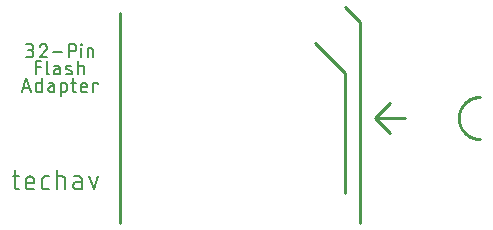
<source format=gbr>
G04 EAGLE Gerber RS-274X export*
G75*
%MOMM*%
%FSLAX34Y34*%
%LPD*%
%INSilkscreen Top*%
%IPPOS*%
%AMOC8*
5,1,8,0,0,1.08239X$1,22.5*%
G01*
%ADD10C,0.152400*%
%ADD11C,0.254000*%


D10*
X10922Y39539D02*
X16341Y39539D01*
X12728Y44958D02*
X12728Y31411D01*
X12729Y31411D02*
X12731Y31310D01*
X12737Y31209D01*
X12746Y31108D01*
X12759Y31007D01*
X12776Y30907D01*
X12797Y30808D01*
X12821Y30710D01*
X12849Y30613D01*
X12881Y30516D01*
X12916Y30421D01*
X12955Y30328D01*
X12997Y30236D01*
X13043Y30145D01*
X13092Y30056D01*
X13144Y29970D01*
X13200Y29885D01*
X13258Y29802D01*
X13320Y29722D01*
X13385Y29644D01*
X13452Y29568D01*
X13522Y29495D01*
X13595Y29425D01*
X13671Y29358D01*
X13749Y29293D01*
X13829Y29231D01*
X13912Y29173D01*
X13997Y29117D01*
X14084Y29065D01*
X14172Y29016D01*
X14263Y28970D01*
X14355Y28928D01*
X14448Y28889D01*
X14543Y28854D01*
X14640Y28822D01*
X14737Y28794D01*
X14835Y28770D01*
X14934Y28749D01*
X15034Y28732D01*
X15135Y28719D01*
X15236Y28710D01*
X15337Y28704D01*
X15438Y28702D01*
X16341Y28702D01*
X24828Y28702D02*
X29344Y28702D01*
X24828Y28702D02*
X24727Y28704D01*
X24626Y28710D01*
X24525Y28719D01*
X24424Y28732D01*
X24324Y28749D01*
X24225Y28770D01*
X24127Y28794D01*
X24030Y28822D01*
X23933Y28854D01*
X23838Y28889D01*
X23745Y28928D01*
X23653Y28970D01*
X23562Y29016D01*
X23474Y29065D01*
X23387Y29117D01*
X23302Y29173D01*
X23219Y29231D01*
X23139Y29293D01*
X23061Y29358D01*
X22985Y29425D01*
X22912Y29495D01*
X22842Y29568D01*
X22775Y29644D01*
X22710Y29722D01*
X22648Y29802D01*
X22590Y29885D01*
X22534Y29970D01*
X22482Y30056D01*
X22433Y30145D01*
X22387Y30236D01*
X22345Y30328D01*
X22306Y30421D01*
X22271Y30516D01*
X22239Y30613D01*
X22211Y30710D01*
X22187Y30808D01*
X22166Y30907D01*
X22149Y31007D01*
X22136Y31108D01*
X22127Y31209D01*
X22121Y31310D01*
X22119Y31411D01*
X22119Y35927D01*
X22121Y36046D01*
X22127Y36166D01*
X22137Y36285D01*
X22151Y36403D01*
X22168Y36522D01*
X22190Y36639D01*
X22215Y36756D01*
X22245Y36871D01*
X22278Y36986D01*
X22315Y37100D01*
X22355Y37212D01*
X22400Y37323D01*
X22448Y37432D01*
X22499Y37540D01*
X22554Y37646D01*
X22613Y37750D01*
X22675Y37852D01*
X22740Y37952D01*
X22809Y38050D01*
X22881Y38146D01*
X22956Y38239D01*
X23033Y38329D01*
X23114Y38417D01*
X23198Y38502D01*
X23285Y38584D01*
X23374Y38664D01*
X23466Y38740D01*
X23560Y38814D01*
X23657Y38884D01*
X23755Y38951D01*
X23856Y39015D01*
X23960Y39075D01*
X24065Y39132D01*
X24172Y39185D01*
X24280Y39235D01*
X24390Y39281D01*
X24502Y39323D01*
X24615Y39362D01*
X24729Y39397D01*
X24844Y39428D01*
X24961Y39456D01*
X25078Y39479D01*
X25195Y39499D01*
X25314Y39515D01*
X25433Y39527D01*
X25552Y39535D01*
X25671Y39539D01*
X25791Y39539D01*
X25910Y39535D01*
X26029Y39527D01*
X26148Y39515D01*
X26267Y39499D01*
X26384Y39479D01*
X26501Y39456D01*
X26618Y39428D01*
X26733Y39397D01*
X26847Y39362D01*
X26960Y39323D01*
X27072Y39281D01*
X27182Y39235D01*
X27290Y39185D01*
X27397Y39132D01*
X27502Y39075D01*
X27606Y39015D01*
X27707Y38951D01*
X27805Y38884D01*
X27902Y38814D01*
X27996Y38740D01*
X28088Y38664D01*
X28177Y38584D01*
X28264Y38502D01*
X28348Y38417D01*
X28429Y38329D01*
X28506Y38239D01*
X28581Y38146D01*
X28653Y38050D01*
X28722Y37952D01*
X28787Y37852D01*
X28849Y37750D01*
X28908Y37646D01*
X28963Y37540D01*
X29014Y37432D01*
X29062Y37323D01*
X29107Y37212D01*
X29147Y37100D01*
X29184Y36986D01*
X29217Y36871D01*
X29247Y36756D01*
X29272Y36639D01*
X29294Y36522D01*
X29311Y36403D01*
X29325Y36285D01*
X29335Y36166D01*
X29341Y36046D01*
X29343Y35927D01*
X29344Y35927D02*
X29344Y34121D01*
X22119Y34121D01*
X38393Y28702D02*
X42005Y28702D01*
X38393Y28702D02*
X38292Y28704D01*
X38191Y28710D01*
X38090Y28719D01*
X37989Y28732D01*
X37889Y28749D01*
X37790Y28770D01*
X37692Y28794D01*
X37595Y28822D01*
X37498Y28854D01*
X37403Y28889D01*
X37310Y28928D01*
X37218Y28970D01*
X37127Y29016D01*
X37039Y29065D01*
X36952Y29117D01*
X36867Y29173D01*
X36784Y29231D01*
X36704Y29293D01*
X36626Y29358D01*
X36550Y29425D01*
X36477Y29495D01*
X36407Y29568D01*
X36340Y29644D01*
X36275Y29722D01*
X36213Y29802D01*
X36155Y29885D01*
X36099Y29970D01*
X36047Y30056D01*
X35998Y30145D01*
X35952Y30236D01*
X35910Y30328D01*
X35871Y30421D01*
X35836Y30516D01*
X35804Y30613D01*
X35776Y30710D01*
X35752Y30808D01*
X35731Y30907D01*
X35714Y31007D01*
X35701Y31108D01*
X35692Y31209D01*
X35686Y31310D01*
X35684Y31411D01*
X35684Y36830D01*
X35686Y36931D01*
X35692Y37032D01*
X35701Y37133D01*
X35714Y37234D01*
X35731Y37334D01*
X35752Y37433D01*
X35776Y37531D01*
X35804Y37628D01*
X35836Y37725D01*
X35871Y37820D01*
X35910Y37913D01*
X35952Y38005D01*
X35998Y38096D01*
X36047Y38185D01*
X36099Y38271D01*
X36155Y38356D01*
X36213Y38439D01*
X36275Y38519D01*
X36340Y38597D01*
X36407Y38673D01*
X36477Y38746D01*
X36550Y38816D01*
X36626Y38883D01*
X36704Y38948D01*
X36784Y39010D01*
X36867Y39068D01*
X36952Y39124D01*
X37039Y39176D01*
X37127Y39225D01*
X37218Y39271D01*
X37310Y39313D01*
X37403Y39352D01*
X37498Y39387D01*
X37595Y39419D01*
X37692Y39447D01*
X37790Y39471D01*
X37889Y39492D01*
X37989Y39509D01*
X38090Y39522D01*
X38191Y39531D01*
X38292Y39537D01*
X38393Y39539D01*
X42005Y39539D01*
X48171Y44958D02*
X48171Y28702D01*
X48171Y39539D02*
X52687Y39539D01*
X52791Y39537D01*
X52894Y39531D01*
X52998Y39521D01*
X53101Y39507D01*
X53203Y39489D01*
X53304Y39468D01*
X53405Y39442D01*
X53504Y39413D01*
X53603Y39380D01*
X53700Y39343D01*
X53795Y39302D01*
X53889Y39258D01*
X53981Y39210D01*
X54071Y39159D01*
X54160Y39104D01*
X54246Y39046D01*
X54329Y38984D01*
X54411Y38920D01*
X54489Y38852D01*
X54565Y38782D01*
X54639Y38709D01*
X54709Y38632D01*
X54777Y38554D01*
X54841Y38472D01*
X54903Y38389D01*
X54961Y38303D01*
X55016Y38214D01*
X55067Y38124D01*
X55115Y38032D01*
X55159Y37938D01*
X55200Y37843D01*
X55237Y37746D01*
X55270Y37647D01*
X55299Y37548D01*
X55325Y37447D01*
X55346Y37346D01*
X55364Y37244D01*
X55378Y37141D01*
X55388Y37037D01*
X55394Y36934D01*
X55396Y36830D01*
X55396Y28702D01*
X65327Y35024D02*
X69391Y35024D01*
X65327Y35024D02*
X65215Y35022D01*
X65104Y35016D01*
X64993Y35006D01*
X64882Y34993D01*
X64772Y34975D01*
X64663Y34953D01*
X64554Y34928D01*
X64446Y34899D01*
X64340Y34866D01*
X64234Y34829D01*
X64130Y34789D01*
X64028Y34745D01*
X63927Y34697D01*
X63828Y34646D01*
X63730Y34591D01*
X63635Y34533D01*
X63542Y34472D01*
X63451Y34407D01*
X63362Y34339D01*
X63276Y34268D01*
X63193Y34195D01*
X63112Y34118D01*
X63033Y34038D01*
X62958Y33956D01*
X62886Y33871D01*
X62816Y33784D01*
X62750Y33694D01*
X62687Y33602D01*
X62627Y33507D01*
X62571Y33411D01*
X62518Y33313D01*
X62469Y33213D01*
X62423Y33111D01*
X62381Y33008D01*
X62342Y32903D01*
X62307Y32797D01*
X62276Y32690D01*
X62249Y32582D01*
X62225Y32473D01*
X62206Y32363D01*
X62190Y32253D01*
X62178Y32142D01*
X62170Y32030D01*
X62166Y31919D01*
X62166Y31807D01*
X62170Y31696D01*
X62178Y31584D01*
X62190Y31473D01*
X62206Y31363D01*
X62225Y31253D01*
X62249Y31144D01*
X62276Y31036D01*
X62307Y30929D01*
X62342Y30823D01*
X62381Y30718D01*
X62423Y30615D01*
X62469Y30513D01*
X62518Y30413D01*
X62571Y30315D01*
X62627Y30219D01*
X62687Y30124D01*
X62750Y30032D01*
X62816Y29942D01*
X62886Y29855D01*
X62958Y29770D01*
X63033Y29688D01*
X63112Y29608D01*
X63193Y29531D01*
X63276Y29458D01*
X63362Y29387D01*
X63451Y29319D01*
X63542Y29254D01*
X63635Y29193D01*
X63730Y29135D01*
X63828Y29080D01*
X63927Y29029D01*
X64028Y28981D01*
X64130Y28937D01*
X64234Y28897D01*
X64340Y28860D01*
X64446Y28827D01*
X64554Y28798D01*
X64663Y28773D01*
X64772Y28751D01*
X64882Y28733D01*
X64993Y28720D01*
X65104Y28710D01*
X65215Y28704D01*
X65327Y28702D01*
X69391Y28702D01*
X69391Y36830D01*
X69390Y36830D02*
X69388Y36931D01*
X69382Y37032D01*
X69373Y37133D01*
X69360Y37234D01*
X69343Y37334D01*
X69322Y37433D01*
X69298Y37531D01*
X69270Y37628D01*
X69238Y37725D01*
X69203Y37820D01*
X69164Y37913D01*
X69122Y38005D01*
X69076Y38096D01*
X69027Y38185D01*
X68975Y38271D01*
X68919Y38356D01*
X68861Y38439D01*
X68799Y38519D01*
X68734Y38597D01*
X68667Y38673D01*
X68597Y38746D01*
X68524Y38816D01*
X68448Y38883D01*
X68370Y38948D01*
X68290Y39010D01*
X68207Y39068D01*
X68122Y39124D01*
X68036Y39176D01*
X67947Y39225D01*
X67856Y39271D01*
X67764Y39313D01*
X67671Y39352D01*
X67576Y39387D01*
X67479Y39419D01*
X67382Y39447D01*
X67284Y39471D01*
X67185Y39492D01*
X67085Y39509D01*
X66984Y39522D01*
X66883Y39531D01*
X66782Y39537D01*
X66681Y39539D01*
X63069Y39539D01*
X75786Y39539D02*
X79399Y28702D01*
X83011Y39539D01*
D11*
X101600Y0D02*
X101600Y177800D01*
X304800Y170180D02*
X304800Y0D01*
X304800Y170180D02*
X292100Y182880D01*
X266700Y152400D02*
X292100Y127000D01*
X292100Y25400D01*
X317500Y88900D02*
X342900Y88900D01*
X330200Y101600D02*
X317500Y88900D01*
X330200Y76200D01*
D10*
X25393Y140462D02*
X22289Y140462D01*
X25393Y140462D02*
X25504Y140464D01*
X25614Y140470D01*
X25725Y140480D01*
X25835Y140494D01*
X25944Y140511D01*
X26053Y140533D01*
X26161Y140558D01*
X26267Y140588D01*
X26373Y140621D01*
X26478Y140658D01*
X26581Y140698D01*
X26682Y140743D01*
X26782Y140790D01*
X26881Y140842D01*
X26977Y140897D01*
X27071Y140955D01*
X27163Y141016D01*
X27253Y141081D01*
X27341Y141149D01*
X27426Y141220D01*
X27508Y141294D01*
X27588Y141371D01*
X27665Y141451D01*
X27739Y141533D01*
X27810Y141618D01*
X27878Y141706D01*
X27943Y141796D01*
X28004Y141888D01*
X28062Y141982D01*
X28117Y142078D01*
X28169Y142177D01*
X28216Y142277D01*
X28261Y142378D01*
X28301Y142481D01*
X28338Y142586D01*
X28371Y142692D01*
X28401Y142798D01*
X28426Y142906D01*
X28448Y143015D01*
X28465Y143124D01*
X28479Y143234D01*
X28489Y143345D01*
X28495Y143455D01*
X28497Y143566D01*
X28495Y143677D01*
X28489Y143787D01*
X28479Y143898D01*
X28465Y144008D01*
X28448Y144117D01*
X28426Y144226D01*
X28401Y144334D01*
X28371Y144440D01*
X28338Y144546D01*
X28301Y144651D01*
X28261Y144754D01*
X28216Y144855D01*
X28169Y144955D01*
X28117Y145054D01*
X28062Y145150D01*
X28004Y145244D01*
X27943Y145336D01*
X27878Y145426D01*
X27810Y145514D01*
X27739Y145599D01*
X27665Y145681D01*
X27588Y145761D01*
X27508Y145838D01*
X27426Y145912D01*
X27341Y145983D01*
X27253Y146051D01*
X27163Y146116D01*
X27071Y146177D01*
X26977Y146235D01*
X26881Y146290D01*
X26782Y146342D01*
X26682Y146389D01*
X26581Y146434D01*
X26478Y146474D01*
X26373Y146511D01*
X26267Y146544D01*
X26161Y146574D01*
X26053Y146599D01*
X25944Y146621D01*
X25835Y146638D01*
X25725Y146652D01*
X25614Y146662D01*
X25504Y146668D01*
X25393Y146670D01*
X26014Y151638D02*
X22289Y151638D01*
X26014Y151638D02*
X26113Y151636D01*
X26211Y151630D01*
X26310Y151620D01*
X26407Y151607D01*
X26505Y151589D01*
X26601Y151568D01*
X26697Y151542D01*
X26791Y151513D01*
X26884Y151481D01*
X26976Y151444D01*
X27066Y151404D01*
X27155Y151360D01*
X27242Y151313D01*
X27327Y151263D01*
X27409Y151209D01*
X27490Y151152D01*
X27568Y151092D01*
X27644Y151028D01*
X27717Y150962D01*
X27788Y150893D01*
X27856Y150821D01*
X27920Y150746D01*
X27982Y150669D01*
X28041Y150590D01*
X28096Y150508D01*
X28149Y150424D01*
X28197Y150339D01*
X28243Y150251D01*
X28285Y150161D01*
X28323Y150070D01*
X28357Y149978D01*
X28388Y149884D01*
X28415Y149789D01*
X28439Y149693D01*
X28458Y149596D01*
X28474Y149499D01*
X28486Y149401D01*
X28494Y149302D01*
X28498Y149203D01*
X28498Y149105D01*
X28494Y149006D01*
X28486Y148907D01*
X28474Y148809D01*
X28458Y148712D01*
X28439Y148615D01*
X28415Y148519D01*
X28388Y148424D01*
X28357Y148330D01*
X28323Y148238D01*
X28285Y148147D01*
X28243Y148057D01*
X28197Y147969D01*
X28149Y147884D01*
X28096Y147800D01*
X28041Y147718D01*
X27982Y147639D01*
X27920Y147562D01*
X27856Y147487D01*
X27788Y147415D01*
X27717Y147346D01*
X27644Y147280D01*
X27568Y147216D01*
X27490Y147156D01*
X27409Y147099D01*
X27327Y147045D01*
X27242Y146995D01*
X27155Y146948D01*
X27066Y146904D01*
X26976Y146864D01*
X26884Y146827D01*
X26791Y146795D01*
X26697Y146766D01*
X26601Y146740D01*
X26505Y146719D01*
X26407Y146701D01*
X26310Y146688D01*
X26211Y146678D01*
X26113Y146672D01*
X26014Y146670D01*
X26014Y146671D02*
X23530Y146671D01*
X37133Y151638D02*
X37237Y151636D01*
X37342Y151630D01*
X37446Y151620D01*
X37549Y151607D01*
X37652Y151589D01*
X37755Y151568D01*
X37856Y151543D01*
X37957Y151514D01*
X38056Y151481D01*
X38154Y151445D01*
X38250Y151405D01*
X38345Y151361D01*
X38439Y151314D01*
X38530Y151264D01*
X38619Y151210D01*
X38707Y151153D01*
X38792Y151092D01*
X38875Y151028D01*
X38955Y150962D01*
X39033Y150892D01*
X39109Y150820D01*
X39181Y150744D01*
X39251Y150666D01*
X39317Y150586D01*
X39381Y150503D01*
X39442Y150418D01*
X39499Y150330D01*
X39553Y150241D01*
X39603Y150150D01*
X39650Y150056D01*
X39694Y149961D01*
X39734Y149865D01*
X39770Y149767D01*
X39803Y149668D01*
X39832Y149567D01*
X39857Y149466D01*
X39878Y149363D01*
X39896Y149260D01*
X39909Y149157D01*
X39919Y149053D01*
X39925Y148948D01*
X39927Y148844D01*
X37133Y151639D02*
X37014Y151637D01*
X36896Y151631D01*
X36777Y151621D01*
X36659Y151608D01*
X36542Y151590D01*
X36425Y151568D01*
X36309Y151543D01*
X36194Y151514D01*
X36079Y151481D01*
X35966Y151444D01*
X35855Y151404D01*
X35744Y151360D01*
X35636Y151312D01*
X35529Y151261D01*
X35423Y151206D01*
X35320Y151147D01*
X35218Y151086D01*
X35119Y151021D01*
X35021Y150952D01*
X34927Y150881D01*
X34834Y150806D01*
X34744Y150729D01*
X34657Y150648D01*
X34572Y150565D01*
X34490Y150479D01*
X34411Y150390D01*
X34335Y150299D01*
X34262Y150205D01*
X34193Y150109D01*
X34126Y150010D01*
X34063Y149910D01*
X34003Y149807D01*
X33946Y149703D01*
X33894Y149596D01*
X33844Y149488D01*
X33798Y149379D01*
X33756Y149267D01*
X33718Y149155D01*
X38996Y146671D02*
X39071Y146745D01*
X39143Y146822D01*
X39213Y146901D01*
X39280Y146983D01*
X39344Y147067D01*
X39405Y147153D01*
X39463Y147241D01*
X39518Y147332D01*
X39570Y147424D01*
X39618Y147518D01*
X39663Y147613D01*
X39705Y147711D01*
X39743Y147809D01*
X39778Y147909D01*
X39809Y148010D01*
X39836Y148112D01*
X39860Y148215D01*
X39881Y148318D01*
X39897Y148423D01*
X39910Y148528D01*
X39920Y148633D01*
X39925Y148738D01*
X39927Y148844D01*
X38996Y146671D02*
X33719Y140462D01*
X39927Y140462D01*
X45290Y144808D02*
X52740Y144808D01*
X58695Y140462D02*
X58695Y151638D01*
X61800Y151638D01*
X61911Y151636D01*
X62021Y151630D01*
X62132Y151620D01*
X62242Y151606D01*
X62351Y151589D01*
X62460Y151567D01*
X62568Y151542D01*
X62674Y151512D01*
X62780Y151479D01*
X62885Y151442D01*
X62988Y151402D01*
X63089Y151357D01*
X63189Y151310D01*
X63288Y151258D01*
X63384Y151203D01*
X63478Y151145D01*
X63570Y151084D01*
X63660Y151019D01*
X63748Y150951D01*
X63833Y150880D01*
X63915Y150806D01*
X63995Y150729D01*
X64072Y150649D01*
X64146Y150567D01*
X64217Y150482D01*
X64285Y150394D01*
X64350Y150304D01*
X64411Y150212D01*
X64469Y150118D01*
X64524Y150022D01*
X64576Y149923D01*
X64623Y149823D01*
X64668Y149722D01*
X64708Y149619D01*
X64745Y149514D01*
X64778Y149408D01*
X64808Y149302D01*
X64833Y149194D01*
X64855Y149085D01*
X64872Y148976D01*
X64886Y148866D01*
X64896Y148755D01*
X64902Y148645D01*
X64904Y148534D01*
X64902Y148423D01*
X64896Y148313D01*
X64886Y148202D01*
X64872Y148092D01*
X64855Y147983D01*
X64833Y147874D01*
X64808Y147766D01*
X64778Y147660D01*
X64745Y147554D01*
X64708Y147449D01*
X64668Y147346D01*
X64623Y147245D01*
X64576Y147145D01*
X64524Y147046D01*
X64469Y146950D01*
X64411Y146856D01*
X64350Y146764D01*
X64285Y146674D01*
X64217Y146586D01*
X64146Y146501D01*
X64072Y146419D01*
X63995Y146339D01*
X63915Y146262D01*
X63833Y146188D01*
X63748Y146117D01*
X63660Y146049D01*
X63570Y145984D01*
X63478Y145923D01*
X63384Y145865D01*
X63288Y145810D01*
X63189Y145758D01*
X63089Y145711D01*
X62988Y145666D01*
X62885Y145626D01*
X62780Y145589D01*
X62674Y145556D01*
X62568Y145526D01*
X62460Y145501D01*
X62351Y145479D01*
X62242Y145462D01*
X62132Y145448D01*
X62021Y145438D01*
X61911Y145432D01*
X61800Y145430D01*
X61800Y145429D02*
X58695Y145429D01*
X69208Y147913D02*
X69208Y140462D01*
X68898Y151017D02*
X68898Y151638D01*
X69518Y151638D01*
X69518Y151017D01*
X68898Y151017D01*
X74344Y147913D02*
X74344Y140462D01*
X74344Y147913D02*
X77449Y147913D01*
X77533Y147911D01*
X77616Y147906D01*
X77699Y147896D01*
X77782Y147883D01*
X77864Y147866D01*
X77945Y147846D01*
X78025Y147822D01*
X78104Y147794D01*
X78181Y147763D01*
X78257Y147729D01*
X78332Y147691D01*
X78405Y147649D01*
X78475Y147605D01*
X78544Y147557D01*
X78611Y147507D01*
X78675Y147453D01*
X78736Y147397D01*
X78796Y147337D01*
X78852Y147276D01*
X78906Y147212D01*
X78956Y147145D01*
X79004Y147076D01*
X79048Y147006D01*
X79090Y146933D01*
X79128Y146858D01*
X79162Y146782D01*
X79193Y146705D01*
X79221Y146626D01*
X79245Y146546D01*
X79265Y146465D01*
X79282Y146383D01*
X79295Y146300D01*
X79305Y146217D01*
X79310Y146134D01*
X79312Y146050D01*
X79311Y146050D02*
X79311Y140462D01*
X30304Y137033D02*
X30304Y125857D01*
X30304Y137033D02*
X35271Y137033D01*
X35271Y132066D02*
X30304Y132066D01*
X39751Y127720D02*
X39751Y137033D01*
X39751Y127720D02*
X39753Y127636D01*
X39758Y127553D01*
X39768Y127470D01*
X39781Y127387D01*
X39798Y127305D01*
X39818Y127224D01*
X39842Y127144D01*
X39870Y127065D01*
X39901Y126988D01*
X39935Y126912D01*
X39973Y126837D01*
X40015Y126764D01*
X40059Y126694D01*
X40107Y126625D01*
X40157Y126558D01*
X40211Y126494D01*
X40267Y126433D01*
X40327Y126373D01*
X40388Y126317D01*
X40452Y126263D01*
X40519Y126213D01*
X40588Y126165D01*
X40658Y126121D01*
X40731Y126079D01*
X40806Y126041D01*
X40882Y126007D01*
X40959Y125976D01*
X41038Y125948D01*
X41118Y125924D01*
X41199Y125904D01*
X41281Y125887D01*
X41364Y125874D01*
X41447Y125864D01*
X41530Y125859D01*
X41614Y125857D01*
X47855Y130203D02*
X50649Y130203D01*
X47855Y130203D02*
X47763Y130201D01*
X47671Y130195D01*
X47579Y130185D01*
X47488Y130172D01*
X47397Y130154D01*
X47307Y130133D01*
X47219Y130108D01*
X47131Y130079D01*
X47045Y130046D01*
X46960Y130010D01*
X46877Y129970D01*
X46795Y129927D01*
X46716Y129880D01*
X46638Y129830D01*
X46563Y129777D01*
X46490Y129721D01*
X46419Y129661D01*
X46351Y129599D01*
X46286Y129534D01*
X46224Y129466D01*
X46164Y129395D01*
X46108Y129322D01*
X46055Y129247D01*
X46005Y129169D01*
X45958Y129090D01*
X45915Y129008D01*
X45875Y128925D01*
X45839Y128840D01*
X45806Y128754D01*
X45777Y128666D01*
X45752Y128578D01*
X45731Y128488D01*
X45713Y128397D01*
X45700Y128306D01*
X45690Y128214D01*
X45684Y128122D01*
X45682Y128030D01*
X45684Y127938D01*
X45690Y127846D01*
X45700Y127754D01*
X45713Y127663D01*
X45731Y127572D01*
X45752Y127482D01*
X45777Y127394D01*
X45806Y127306D01*
X45839Y127220D01*
X45875Y127135D01*
X45915Y127052D01*
X45958Y126970D01*
X46005Y126891D01*
X46055Y126813D01*
X46108Y126738D01*
X46164Y126665D01*
X46224Y126594D01*
X46286Y126526D01*
X46351Y126461D01*
X46419Y126399D01*
X46490Y126339D01*
X46563Y126283D01*
X46638Y126230D01*
X46716Y126180D01*
X46795Y126133D01*
X46877Y126090D01*
X46960Y126050D01*
X47045Y126014D01*
X47131Y125981D01*
X47219Y125952D01*
X47307Y125927D01*
X47397Y125906D01*
X47488Y125888D01*
X47579Y125875D01*
X47671Y125865D01*
X47763Y125859D01*
X47855Y125857D01*
X50649Y125857D01*
X50649Y131445D01*
X50647Y131529D01*
X50642Y131612D01*
X50632Y131695D01*
X50619Y131778D01*
X50602Y131860D01*
X50582Y131941D01*
X50558Y132021D01*
X50530Y132100D01*
X50499Y132177D01*
X50465Y132253D01*
X50427Y132328D01*
X50385Y132401D01*
X50341Y132471D01*
X50293Y132540D01*
X50243Y132607D01*
X50189Y132671D01*
X50133Y132732D01*
X50073Y132792D01*
X50012Y132848D01*
X49948Y132902D01*
X49881Y132952D01*
X49812Y133000D01*
X49742Y133044D01*
X49669Y133086D01*
X49594Y133124D01*
X49518Y133158D01*
X49441Y133189D01*
X49362Y133217D01*
X49282Y133241D01*
X49201Y133261D01*
X49119Y133278D01*
X49036Y133291D01*
X48953Y133301D01*
X48870Y133306D01*
X48786Y133308D01*
X46303Y133308D01*
X56974Y130203D02*
X60078Y128961D01*
X56973Y130203D02*
X56901Y130234D01*
X56831Y130268D01*
X56762Y130306D01*
X56695Y130347D01*
X56630Y130391D01*
X56568Y130439D01*
X56508Y130489D01*
X56450Y130542D01*
X56395Y130598D01*
X56343Y130657D01*
X56294Y130718D01*
X56248Y130781D01*
X56205Y130846D01*
X56165Y130914D01*
X56128Y130983D01*
X56095Y131054D01*
X56066Y131127D01*
X56040Y131201D01*
X56017Y131276D01*
X55999Y131352D01*
X55984Y131429D01*
X55972Y131507D01*
X55965Y131585D01*
X55961Y131663D01*
X55962Y131741D01*
X55966Y131820D01*
X55973Y131898D01*
X55985Y131975D01*
X56000Y132052D01*
X56020Y132128D01*
X56042Y132203D01*
X56069Y132277D01*
X56099Y132349D01*
X56132Y132420D01*
X56169Y132489D01*
X56209Y132557D01*
X56253Y132622D01*
X56299Y132685D01*
X56349Y132746D01*
X56401Y132804D01*
X56456Y132860D01*
X56514Y132913D01*
X56575Y132963D01*
X56637Y133010D01*
X56702Y133053D01*
X56769Y133094D01*
X56838Y133132D01*
X56909Y133165D01*
X56981Y133196D01*
X57055Y133223D01*
X57129Y133246D01*
X57205Y133266D01*
X57282Y133282D01*
X57359Y133294D01*
X57437Y133302D01*
X57516Y133307D01*
X57594Y133308D01*
X57595Y133307D02*
X57764Y133303D01*
X57934Y133294D01*
X58103Y133282D01*
X58271Y133265D01*
X58440Y133244D01*
X58607Y133220D01*
X58774Y133191D01*
X58941Y133158D01*
X59106Y133121D01*
X59271Y133080D01*
X59434Y133036D01*
X59597Y132987D01*
X59758Y132935D01*
X59918Y132878D01*
X60076Y132818D01*
X60233Y132754D01*
X60389Y132686D01*
X60078Y128962D02*
X60150Y128931D01*
X60220Y128897D01*
X60289Y128859D01*
X60356Y128818D01*
X60421Y128774D01*
X60483Y128726D01*
X60543Y128676D01*
X60601Y128623D01*
X60656Y128567D01*
X60708Y128508D01*
X60757Y128447D01*
X60803Y128384D01*
X60846Y128319D01*
X60886Y128251D01*
X60923Y128182D01*
X60956Y128111D01*
X60985Y128038D01*
X61011Y127964D01*
X61034Y127889D01*
X61052Y127813D01*
X61067Y127736D01*
X61079Y127658D01*
X61086Y127580D01*
X61090Y127502D01*
X61089Y127424D01*
X61085Y127345D01*
X61078Y127267D01*
X61066Y127190D01*
X61051Y127113D01*
X61031Y127037D01*
X61009Y126962D01*
X60982Y126888D01*
X60952Y126816D01*
X60919Y126745D01*
X60882Y126676D01*
X60842Y126608D01*
X60798Y126543D01*
X60752Y126480D01*
X60702Y126419D01*
X60650Y126361D01*
X60595Y126305D01*
X60537Y126252D01*
X60476Y126202D01*
X60414Y126155D01*
X60349Y126112D01*
X60282Y126071D01*
X60213Y126033D01*
X60142Y126000D01*
X60070Y125969D01*
X59996Y125942D01*
X59922Y125919D01*
X59846Y125899D01*
X59769Y125883D01*
X59692Y125871D01*
X59614Y125863D01*
X59535Y125858D01*
X59457Y125857D01*
X59208Y125864D01*
X58960Y125876D01*
X58711Y125894D01*
X58463Y125918D01*
X58216Y125948D01*
X57970Y125984D01*
X57724Y126026D01*
X57480Y126073D01*
X57236Y126127D01*
X56994Y126185D01*
X56754Y126250D01*
X56515Y126320D01*
X56278Y126396D01*
X56043Y126478D01*
X66329Y125857D02*
X66329Y137033D01*
X66329Y133308D02*
X69434Y133308D01*
X69518Y133306D01*
X69601Y133301D01*
X69684Y133291D01*
X69767Y133278D01*
X69849Y133261D01*
X69930Y133241D01*
X70010Y133217D01*
X70089Y133189D01*
X70166Y133158D01*
X70242Y133124D01*
X70317Y133086D01*
X70390Y133044D01*
X70460Y133000D01*
X70529Y132952D01*
X70596Y132902D01*
X70660Y132848D01*
X70721Y132792D01*
X70781Y132732D01*
X70837Y132671D01*
X70891Y132607D01*
X70941Y132540D01*
X70989Y132471D01*
X71033Y132401D01*
X71075Y132328D01*
X71113Y132253D01*
X71147Y132177D01*
X71178Y132100D01*
X71206Y132021D01*
X71230Y131941D01*
X71250Y131860D01*
X71267Y131778D01*
X71280Y131695D01*
X71290Y131612D01*
X71295Y131529D01*
X71297Y131445D01*
X71296Y131445D02*
X71296Y125857D01*
X22473Y122428D02*
X18748Y111252D01*
X26198Y111252D02*
X22473Y122428D01*
X25267Y114046D02*
X19679Y114046D01*
X35551Y111252D02*
X35551Y122428D01*
X35551Y111252D02*
X32446Y111252D01*
X32362Y111254D01*
X32279Y111259D01*
X32196Y111269D01*
X32113Y111282D01*
X32031Y111299D01*
X31950Y111319D01*
X31870Y111343D01*
X31791Y111371D01*
X31714Y111402D01*
X31638Y111436D01*
X31563Y111474D01*
X31490Y111516D01*
X31420Y111560D01*
X31351Y111608D01*
X31284Y111658D01*
X31220Y111712D01*
X31159Y111768D01*
X31099Y111828D01*
X31043Y111889D01*
X30989Y111953D01*
X30939Y112020D01*
X30891Y112089D01*
X30847Y112159D01*
X30805Y112232D01*
X30767Y112307D01*
X30733Y112383D01*
X30702Y112460D01*
X30674Y112539D01*
X30650Y112619D01*
X30630Y112700D01*
X30613Y112782D01*
X30600Y112865D01*
X30590Y112948D01*
X30585Y113031D01*
X30583Y113115D01*
X30584Y113115D02*
X30584Y116840D01*
X30583Y116840D02*
X30585Y116924D01*
X30591Y117007D01*
X30600Y117090D01*
X30613Y117173D01*
X30630Y117255D01*
X30650Y117336D01*
X30674Y117416D01*
X30702Y117495D01*
X30733Y117572D01*
X30767Y117648D01*
X30805Y117723D01*
X30847Y117796D01*
X30891Y117866D01*
X30939Y117935D01*
X30989Y118002D01*
X31043Y118066D01*
X31099Y118127D01*
X31159Y118187D01*
X31220Y118243D01*
X31284Y118297D01*
X31351Y118347D01*
X31420Y118395D01*
X31490Y118439D01*
X31563Y118481D01*
X31638Y118519D01*
X31714Y118553D01*
X31791Y118584D01*
X31870Y118612D01*
X31950Y118636D01*
X32031Y118656D01*
X32113Y118673D01*
X32196Y118686D01*
X32279Y118696D01*
X32362Y118701D01*
X32446Y118703D01*
X35551Y118703D01*
X43044Y115598D02*
X45838Y115598D01*
X43044Y115598D02*
X42952Y115596D01*
X42860Y115590D01*
X42768Y115580D01*
X42677Y115567D01*
X42586Y115549D01*
X42496Y115528D01*
X42408Y115503D01*
X42320Y115474D01*
X42234Y115441D01*
X42149Y115405D01*
X42066Y115365D01*
X41984Y115322D01*
X41905Y115275D01*
X41827Y115225D01*
X41752Y115172D01*
X41679Y115116D01*
X41608Y115056D01*
X41540Y114994D01*
X41475Y114929D01*
X41413Y114861D01*
X41353Y114790D01*
X41297Y114717D01*
X41244Y114642D01*
X41194Y114564D01*
X41147Y114485D01*
X41104Y114403D01*
X41064Y114320D01*
X41028Y114235D01*
X40995Y114149D01*
X40966Y114061D01*
X40941Y113973D01*
X40920Y113883D01*
X40902Y113792D01*
X40889Y113701D01*
X40879Y113609D01*
X40873Y113517D01*
X40871Y113425D01*
X40873Y113333D01*
X40879Y113241D01*
X40889Y113149D01*
X40902Y113058D01*
X40920Y112967D01*
X40941Y112877D01*
X40966Y112789D01*
X40995Y112701D01*
X41028Y112615D01*
X41064Y112530D01*
X41104Y112447D01*
X41147Y112365D01*
X41194Y112286D01*
X41244Y112208D01*
X41297Y112133D01*
X41353Y112060D01*
X41413Y111989D01*
X41475Y111921D01*
X41540Y111856D01*
X41608Y111794D01*
X41679Y111734D01*
X41752Y111678D01*
X41827Y111625D01*
X41905Y111575D01*
X41984Y111528D01*
X42066Y111485D01*
X42149Y111445D01*
X42234Y111409D01*
X42320Y111376D01*
X42408Y111347D01*
X42496Y111322D01*
X42586Y111301D01*
X42677Y111283D01*
X42768Y111270D01*
X42860Y111260D01*
X42952Y111254D01*
X43044Y111252D01*
X45838Y111252D01*
X45838Y116840D01*
X45836Y116924D01*
X45831Y117007D01*
X45821Y117090D01*
X45808Y117173D01*
X45791Y117255D01*
X45771Y117336D01*
X45747Y117416D01*
X45719Y117495D01*
X45688Y117572D01*
X45654Y117648D01*
X45616Y117723D01*
X45574Y117796D01*
X45530Y117866D01*
X45482Y117935D01*
X45432Y118002D01*
X45378Y118066D01*
X45322Y118127D01*
X45262Y118187D01*
X45201Y118243D01*
X45137Y118297D01*
X45070Y118347D01*
X45001Y118395D01*
X44931Y118439D01*
X44858Y118481D01*
X44783Y118519D01*
X44707Y118553D01*
X44630Y118584D01*
X44551Y118612D01*
X44471Y118636D01*
X44390Y118656D01*
X44308Y118673D01*
X44225Y118686D01*
X44142Y118696D01*
X44059Y118701D01*
X43975Y118703D01*
X41492Y118703D01*
X51686Y118703D02*
X51686Y107527D01*
X51686Y118703D02*
X54790Y118703D01*
X54874Y118701D01*
X54957Y118696D01*
X55040Y118686D01*
X55123Y118673D01*
X55205Y118656D01*
X55286Y118636D01*
X55366Y118612D01*
X55445Y118584D01*
X55522Y118553D01*
X55598Y118519D01*
X55673Y118481D01*
X55746Y118439D01*
X55816Y118395D01*
X55885Y118347D01*
X55952Y118297D01*
X56016Y118243D01*
X56077Y118187D01*
X56137Y118127D01*
X56193Y118066D01*
X56247Y118002D01*
X56297Y117935D01*
X56345Y117866D01*
X56389Y117796D01*
X56431Y117723D01*
X56469Y117648D01*
X56503Y117572D01*
X56534Y117495D01*
X56562Y117416D01*
X56586Y117336D01*
X56606Y117255D01*
X56623Y117173D01*
X56636Y117090D01*
X56646Y117007D01*
X56651Y116924D01*
X56653Y116840D01*
X56653Y113115D01*
X56651Y113029D01*
X56645Y112943D01*
X56635Y112858D01*
X56621Y112773D01*
X56604Y112688D01*
X56582Y112605D01*
X56556Y112523D01*
X56527Y112442D01*
X56494Y112363D01*
X56458Y112285D01*
X56418Y112208D01*
X56374Y112134D01*
X56327Y112062D01*
X56277Y111992D01*
X56223Y111925D01*
X56167Y111860D01*
X56107Y111798D01*
X56045Y111738D01*
X55980Y111682D01*
X55913Y111628D01*
X55843Y111578D01*
X55771Y111531D01*
X55697Y111487D01*
X55620Y111447D01*
X55543Y111411D01*
X55463Y111378D01*
X55382Y111349D01*
X55300Y111323D01*
X55217Y111301D01*
X55132Y111284D01*
X55047Y111270D01*
X54962Y111260D01*
X54876Y111254D01*
X54790Y111252D01*
X51686Y111252D01*
X60500Y118703D02*
X64225Y118703D01*
X61741Y122428D02*
X61741Y113115D01*
X61743Y113031D01*
X61748Y112948D01*
X61758Y112865D01*
X61771Y112782D01*
X61788Y112700D01*
X61808Y112619D01*
X61832Y112539D01*
X61860Y112460D01*
X61891Y112383D01*
X61925Y112307D01*
X61963Y112232D01*
X62005Y112159D01*
X62049Y112089D01*
X62097Y112020D01*
X62147Y111953D01*
X62201Y111889D01*
X62257Y111828D01*
X62317Y111768D01*
X62378Y111712D01*
X62442Y111658D01*
X62509Y111608D01*
X62578Y111560D01*
X62648Y111516D01*
X62721Y111474D01*
X62796Y111436D01*
X62872Y111402D01*
X62949Y111371D01*
X63028Y111343D01*
X63108Y111319D01*
X63189Y111299D01*
X63271Y111282D01*
X63354Y111269D01*
X63437Y111259D01*
X63520Y111254D01*
X63604Y111252D01*
X64225Y111252D01*
X70620Y111252D02*
X73724Y111252D01*
X70620Y111252D02*
X70536Y111254D01*
X70453Y111259D01*
X70370Y111269D01*
X70287Y111282D01*
X70205Y111299D01*
X70124Y111319D01*
X70044Y111343D01*
X69965Y111371D01*
X69888Y111402D01*
X69812Y111436D01*
X69737Y111474D01*
X69664Y111516D01*
X69594Y111560D01*
X69525Y111608D01*
X69458Y111658D01*
X69394Y111712D01*
X69333Y111768D01*
X69273Y111828D01*
X69217Y111889D01*
X69163Y111953D01*
X69113Y112020D01*
X69065Y112089D01*
X69021Y112159D01*
X68979Y112232D01*
X68941Y112307D01*
X68907Y112383D01*
X68876Y112460D01*
X68848Y112539D01*
X68824Y112619D01*
X68804Y112700D01*
X68787Y112782D01*
X68774Y112865D01*
X68764Y112948D01*
X68759Y113031D01*
X68757Y113115D01*
X68757Y116219D01*
X68759Y116318D01*
X68765Y116416D01*
X68775Y116515D01*
X68788Y116612D01*
X68806Y116710D01*
X68827Y116806D01*
X68853Y116902D01*
X68882Y116996D01*
X68914Y117089D01*
X68951Y117181D01*
X68991Y117271D01*
X69035Y117360D01*
X69082Y117447D01*
X69132Y117532D01*
X69186Y117614D01*
X69243Y117695D01*
X69303Y117773D01*
X69367Y117849D01*
X69433Y117922D01*
X69502Y117993D01*
X69574Y118061D01*
X69649Y118125D01*
X69726Y118187D01*
X69805Y118246D01*
X69887Y118301D01*
X69971Y118354D01*
X70056Y118402D01*
X70144Y118448D01*
X70234Y118490D01*
X70325Y118528D01*
X70417Y118562D01*
X70511Y118593D01*
X70606Y118620D01*
X70702Y118644D01*
X70799Y118663D01*
X70896Y118679D01*
X70994Y118691D01*
X71093Y118699D01*
X71192Y118703D01*
X71290Y118703D01*
X71389Y118699D01*
X71488Y118691D01*
X71586Y118679D01*
X71683Y118663D01*
X71780Y118644D01*
X71876Y118620D01*
X71971Y118593D01*
X72065Y118562D01*
X72157Y118528D01*
X72248Y118490D01*
X72338Y118448D01*
X72426Y118402D01*
X72511Y118354D01*
X72595Y118301D01*
X72677Y118246D01*
X72756Y118187D01*
X72833Y118125D01*
X72908Y118061D01*
X72980Y117993D01*
X73049Y117922D01*
X73115Y117849D01*
X73179Y117773D01*
X73239Y117695D01*
X73296Y117614D01*
X73350Y117532D01*
X73400Y117447D01*
X73447Y117360D01*
X73491Y117271D01*
X73531Y117181D01*
X73568Y117089D01*
X73600Y116996D01*
X73629Y116902D01*
X73655Y116806D01*
X73676Y116710D01*
X73694Y116612D01*
X73707Y116515D01*
X73717Y116416D01*
X73723Y116318D01*
X73725Y116219D01*
X73724Y116219D02*
X73724Y114977D01*
X68757Y114977D01*
X79127Y111252D02*
X79127Y118703D01*
X82852Y118703D01*
X82852Y117461D01*
D11*
X406400Y106680D02*
X405967Y106675D01*
X405534Y106659D01*
X405102Y106633D01*
X404671Y106596D01*
X404240Y106548D01*
X403811Y106491D01*
X403384Y106422D01*
X402958Y106344D01*
X402534Y106255D01*
X402113Y106155D01*
X401694Y106046D01*
X401278Y105926D01*
X400865Y105796D01*
X400455Y105657D01*
X400048Y105507D01*
X399646Y105347D01*
X399247Y105178D01*
X398853Y104999D01*
X398463Y104810D01*
X398078Y104612D01*
X397698Y104405D01*
X397323Y104189D01*
X396954Y103963D01*
X396590Y103728D01*
X396231Y103485D01*
X395879Y103233D01*
X395533Y102973D01*
X395194Y102704D01*
X394861Y102427D01*
X394535Y102142D01*
X394216Y101849D01*
X393904Y101549D01*
X393600Y101241D01*
X393303Y100925D01*
X393014Y100603D01*
X392733Y100273D01*
X392461Y99937D01*
X392196Y99595D01*
X391940Y99245D01*
X391692Y98890D01*
X391453Y98529D01*
X391223Y98162D01*
X391002Y97790D01*
X390790Y97412D01*
X390587Y97030D01*
X390394Y96642D01*
X390210Y96250D01*
X390036Y95854D01*
X389872Y95453D01*
X389717Y95049D01*
X389572Y94641D01*
X389437Y94229D01*
X389313Y93815D01*
X389198Y93397D01*
X389094Y92977D01*
X389000Y92554D01*
X388916Y92130D01*
X388842Y91703D01*
X388779Y91274D01*
X388727Y90845D01*
X388685Y90414D01*
X388653Y89982D01*
X388632Y89549D01*
X388621Y89116D01*
X388621Y88684D01*
X388632Y88251D01*
X388653Y87818D01*
X388685Y87386D01*
X388727Y86955D01*
X388779Y86526D01*
X388842Y86097D01*
X388916Y85670D01*
X389000Y85246D01*
X389094Y84823D01*
X389198Y84403D01*
X389313Y83985D01*
X389437Y83571D01*
X389572Y83159D01*
X389717Y82751D01*
X389872Y82347D01*
X390036Y81946D01*
X390210Y81550D01*
X390394Y81158D01*
X390587Y80770D01*
X390790Y80388D01*
X391002Y80010D01*
X391223Y79638D01*
X391453Y79271D01*
X391692Y78910D01*
X391940Y78555D01*
X392196Y78205D01*
X392461Y77863D01*
X392733Y77527D01*
X393014Y77197D01*
X393303Y76875D01*
X393600Y76559D01*
X393904Y76251D01*
X394216Y75951D01*
X394535Y75658D01*
X394861Y75373D01*
X395194Y75096D01*
X395533Y74827D01*
X395879Y74567D01*
X396231Y74315D01*
X396590Y74072D01*
X396954Y73837D01*
X397323Y73611D01*
X397698Y73395D01*
X398078Y73188D01*
X398463Y72990D01*
X398853Y72801D01*
X399247Y72622D01*
X399646Y72453D01*
X400048Y72293D01*
X400455Y72143D01*
X400865Y72004D01*
X401278Y71874D01*
X401694Y71754D01*
X402113Y71645D01*
X402534Y71545D01*
X402958Y71456D01*
X403384Y71378D01*
X403811Y71309D01*
X404240Y71252D01*
X404671Y71204D01*
X405102Y71167D01*
X405534Y71141D01*
X405967Y71125D01*
X406400Y71120D01*
M02*

</source>
